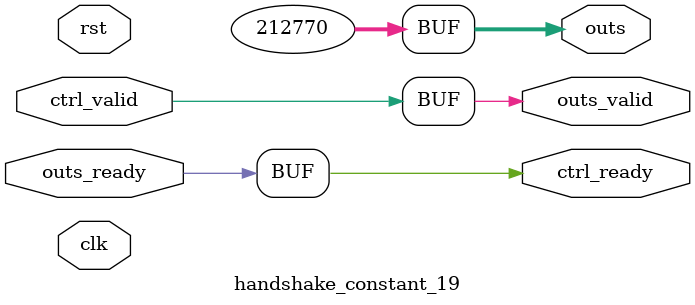
<source format=v>
`timescale 1ns / 1ps
module handshake_constant_19 #(
  parameter DATA_WIDTH = 32  // Default set to 32 bits
) (
  input                       clk,
  input                       rst,
  // Input Channel
  input                       ctrl_valid,
  output                      ctrl_ready,
  // Output Channel
  output [DATA_WIDTH - 1 : 0] outs,
  output                      outs_valid,
  input                       outs_ready
);
  assign outs       = 18'b110011111100100010;
  assign outs_valid = ctrl_valid;
  assign ctrl_ready = outs_ready;

endmodule

</source>
